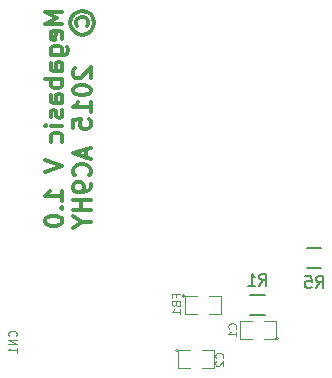
<source format=gbo>
%FSLAX46Y46*%
G04 Gerber Fmt 4.6, Leading zero omitted, Abs format (unit mm)*
G04 Created by KiCad (PCBNEW (2014-10-27 BZR 5228)-product) date 29/03/2015 08:33:29*
%MOMM*%
G01*
G04 APERTURE LIST*
%ADD10C,0.100000*%
%ADD11C,0.300000*%
%ADD12C,0.099060*%
%ADD13C,0.150000*%
G04 APERTURE END LIST*
D10*
D11*
X11028571Y-1864286D02*
X9528571Y-1864286D01*
X10600000Y-2364286D01*
X9528571Y-2864286D01*
X11028571Y-2864286D01*
X10957143Y-4150000D02*
X11028571Y-4007143D01*
X11028571Y-3721429D01*
X10957143Y-3578572D01*
X10814286Y-3507143D01*
X10242857Y-3507143D01*
X10100000Y-3578572D01*
X10028571Y-3721429D01*
X10028571Y-4007143D01*
X10100000Y-4150000D01*
X10242857Y-4221429D01*
X10385714Y-4221429D01*
X10528571Y-3507143D01*
X10028571Y-5507143D02*
X11242857Y-5507143D01*
X11385714Y-5435714D01*
X11457143Y-5364286D01*
X11528571Y-5221429D01*
X11528571Y-5007143D01*
X11457143Y-4864286D01*
X10957143Y-5507143D02*
X11028571Y-5364286D01*
X11028571Y-5078572D01*
X10957143Y-4935714D01*
X10885714Y-4864286D01*
X10742857Y-4792857D01*
X10314286Y-4792857D01*
X10171429Y-4864286D01*
X10100000Y-4935714D01*
X10028571Y-5078572D01*
X10028571Y-5364286D01*
X10100000Y-5507143D01*
X11028571Y-6864286D02*
X10242857Y-6864286D01*
X10100000Y-6792857D01*
X10028571Y-6650000D01*
X10028571Y-6364286D01*
X10100000Y-6221429D01*
X10957143Y-6864286D02*
X11028571Y-6721429D01*
X11028571Y-6364286D01*
X10957143Y-6221429D01*
X10814286Y-6150000D01*
X10671429Y-6150000D01*
X10528571Y-6221429D01*
X10457143Y-6364286D01*
X10457143Y-6721429D01*
X10385714Y-6864286D01*
X11028571Y-7578572D02*
X9528571Y-7578572D01*
X10100000Y-7578572D02*
X10028571Y-7721429D01*
X10028571Y-8007143D01*
X10100000Y-8150000D01*
X10171429Y-8221429D01*
X10314286Y-8292858D01*
X10742857Y-8292858D01*
X10885714Y-8221429D01*
X10957143Y-8150000D01*
X11028571Y-8007143D01*
X11028571Y-7721429D01*
X10957143Y-7578572D01*
X11028571Y-9578572D02*
X10242857Y-9578572D01*
X10100000Y-9507143D01*
X10028571Y-9364286D01*
X10028571Y-9078572D01*
X10100000Y-8935715D01*
X10957143Y-9578572D02*
X11028571Y-9435715D01*
X11028571Y-9078572D01*
X10957143Y-8935715D01*
X10814286Y-8864286D01*
X10671429Y-8864286D01*
X10528571Y-8935715D01*
X10457143Y-9078572D01*
X10457143Y-9435715D01*
X10385714Y-9578572D01*
X10957143Y-10221429D02*
X11028571Y-10364286D01*
X11028571Y-10650001D01*
X10957143Y-10792858D01*
X10814286Y-10864286D01*
X10742857Y-10864286D01*
X10600000Y-10792858D01*
X10528571Y-10650001D01*
X10528571Y-10435715D01*
X10457143Y-10292858D01*
X10314286Y-10221429D01*
X10242857Y-10221429D01*
X10100000Y-10292858D01*
X10028571Y-10435715D01*
X10028571Y-10650001D01*
X10100000Y-10792858D01*
X11028571Y-11507144D02*
X10028571Y-11507144D01*
X9528571Y-11507144D02*
X9600000Y-11435715D01*
X9671429Y-11507144D01*
X9600000Y-11578572D01*
X9528571Y-11507144D01*
X9671429Y-11507144D01*
X10957143Y-12864287D02*
X11028571Y-12721430D01*
X11028571Y-12435716D01*
X10957143Y-12292858D01*
X10885714Y-12221430D01*
X10742857Y-12150001D01*
X10314286Y-12150001D01*
X10171429Y-12221430D01*
X10100000Y-12292858D01*
X10028571Y-12435716D01*
X10028571Y-12721430D01*
X10100000Y-12864287D01*
X9528571Y-14435715D02*
X11028571Y-14935715D01*
X9528571Y-15435715D01*
X11028571Y-17864286D02*
X11028571Y-17007143D01*
X11028571Y-17435715D02*
X9528571Y-17435715D01*
X9742857Y-17292858D01*
X9885714Y-17150000D01*
X9957143Y-17007143D01*
X10885714Y-18507143D02*
X10957143Y-18578571D01*
X11028571Y-18507143D01*
X10957143Y-18435714D01*
X10885714Y-18507143D01*
X11028571Y-18507143D01*
X9528571Y-19507143D02*
X9528571Y-19650000D01*
X9600000Y-19792857D01*
X9671429Y-19864286D01*
X9814286Y-19935715D01*
X10100000Y-20007143D01*
X10457143Y-20007143D01*
X10742857Y-19935715D01*
X10885714Y-19864286D01*
X10957143Y-19792857D01*
X11028571Y-19650000D01*
X11028571Y-19507143D01*
X10957143Y-19364286D01*
X10885714Y-19292857D01*
X10742857Y-19221429D01*
X10457143Y-19150000D01*
X10100000Y-19150000D01*
X9814286Y-19221429D01*
X9671429Y-19292857D01*
X9600000Y-19364286D01*
X9528571Y-19507143D01*
X12285714Y-3078573D02*
X12214286Y-2935715D01*
X12214286Y-2650001D01*
X12285714Y-2507144D01*
X12428571Y-2364287D01*
X12571429Y-2292858D01*
X12857143Y-2292858D01*
X13000000Y-2364287D01*
X13142857Y-2507144D01*
X13214286Y-2650001D01*
X13214286Y-2935715D01*
X13142857Y-3078573D01*
X11714286Y-2792858D02*
X11785714Y-2435715D01*
X12000000Y-2078573D01*
X12357143Y-1864287D01*
X12714286Y-1792858D01*
X13071429Y-1864287D01*
X13428571Y-2078573D01*
X13642857Y-2435715D01*
X13714286Y-2792858D01*
X13642857Y-3150001D01*
X13428571Y-3507144D01*
X13071429Y-3721430D01*
X12714286Y-3792858D01*
X12357143Y-3721430D01*
X12000000Y-3507144D01*
X11785714Y-3150001D01*
X11714286Y-2792858D01*
X12071429Y-6650001D02*
X12000000Y-6721430D01*
X11928571Y-6864287D01*
X11928571Y-7221430D01*
X12000000Y-7364287D01*
X12071429Y-7435716D01*
X12214286Y-7507144D01*
X12357143Y-7507144D01*
X12571429Y-7435716D01*
X13428571Y-6578573D01*
X13428571Y-7507144D01*
X11928571Y-8435715D02*
X11928571Y-8578572D01*
X12000000Y-8721429D01*
X12071429Y-8792858D01*
X12214286Y-8864287D01*
X12500000Y-8935715D01*
X12857143Y-8935715D01*
X13142857Y-8864287D01*
X13285714Y-8792858D01*
X13357143Y-8721429D01*
X13428571Y-8578572D01*
X13428571Y-8435715D01*
X13357143Y-8292858D01*
X13285714Y-8221429D01*
X13142857Y-8150001D01*
X12857143Y-8078572D01*
X12500000Y-8078572D01*
X12214286Y-8150001D01*
X12071429Y-8221429D01*
X12000000Y-8292858D01*
X11928571Y-8435715D01*
X13428571Y-10364286D02*
X13428571Y-9507143D01*
X13428571Y-9935715D02*
X11928571Y-9935715D01*
X12142857Y-9792858D01*
X12285714Y-9650000D01*
X12357143Y-9507143D01*
X11928571Y-11721429D02*
X11928571Y-11007143D01*
X12642857Y-10935714D01*
X12571429Y-11007143D01*
X12500000Y-11150000D01*
X12500000Y-11507143D01*
X12571429Y-11650000D01*
X12642857Y-11721429D01*
X12785714Y-11792857D01*
X13142857Y-11792857D01*
X13285714Y-11721429D01*
X13357143Y-11650000D01*
X13428571Y-11507143D01*
X13428571Y-11150000D01*
X13357143Y-11007143D01*
X13285714Y-10935714D01*
X13000000Y-13507142D02*
X13000000Y-14221428D01*
X13428571Y-13364285D02*
X11928571Y-13864285D01*
X13428571Y-14364285D01*
X13285714Y-15721428D02*
X13357143Y-15649999D01*
X13428571Y-15435713D01*
X13428571Y-15292856D01*
X13357143Y-15078571D01*
X13214286Y-14935713D01*
X13071429Y-14864285D01*
X12785714Y-14792856D01*
X12571429Y-14792856D01*
X12285714Y-14864285D01*
X12142857Y-14935713D01*
X12000000Y-15078571D01*
X11928571Y-15292856D01*
X11928571Y-15435713D01*
X12000000Y-15649999D01*
X12071429Y-15721428D01*
X13428571Y-16435713D02*
X13428571Y-16721428D01*
X13357143Y-16864285D01*
X13285714Y-16935713D01*
X13071429Y-17078571D01*
X12785714Y-17149999D01*
X12214286Y-17149999D01*
X12071429Y-17078571D01*
X12000000Y-17007142D01*
X11928571Y-16864285D01*
X11928571Y-16578571D01*
X12000000Y-16435713D01*
X12071429Y-16364285D01*
X12214286Y-16292856D01*
X12571429Y-16292856D01*
X12714286Y-16364285D01*
X12785714Y-16435713D01*
X12857143Y-16578571D01*
X12857143Y-16864285D01*
X12785714Y-17007142D01*
X12714286Y-17078571D01*
X12571429Y-17149999D01*
X13428571Y-17792856D02*
X11928571Y-17792856D01*
X12642857Y-17792856D02*
X12642857Y-18649999D01*
X13428571Y-18649999D02*
X11928571Y-18649999D01*
X12714286Y-19649999D02*
X13428571Y-19649999D01*
X11928571Y-19149999D02*
X12714286Y-19649999D01*
X11928571Y-20149999D01*
D12*
X29328000Y-29562000D02*
G75*
G03X29328000Y-29562000I-127000J0D01*
G01*
X28058000Y-29562000D02*
X29074000Y-29562000D01*
X29074000Y-29562000D02*
X29074000Y-28038000D01*
X29074000Y-28038000D02*
X28058000Y-28038000D01*
X27042000Y-28038000D02*
X26026000Y-28038000D01*
X26026000Y-28038000D02*
X26026000Y-29562000D01*
X26026000Y-29562000D02*
X27042000Y-29562000D01*
X20826000Y-30538000D02*
G75*
G03X20826000Y-30538000I-127000J0D01*
G01*
X21842000Y-30538000D02*
X20826000Y-30538000D01*
X20826000Y-30538000D02*
X20826000Y-32062000D01*
X20826000Y-32062000D02*
X21842000Y-32062000D01*
X22858000Y-32062000D02*
X23874000Y-32062000D01*
X23874000Y-32062000D02*
X23874000Y-30538000D01*
X23874000Y-30538000D02*
X22858000Y-30538000D01*
X21426000Y-25938000D02*
G75*
G03X21426000Y-25938000I-127000J0D01*
G01*
X22442000Y-25938000D02*
X21426000Y-25938000D01*
X21426000Y-25938000D02*
X21426000Y-27462000D01*
X21426000Y-27462000D02*
X22442000Y-27462000D01*
X23458000Y-27462000D02*
X24474000Y-27462000D01*
X24474000Y-27462000D02*
X24474000Y-25938000D01*
X24474000Y-25938000D02*
X23458000Y-25938000D01*
D13*
X26950000Y-27575000D02*
X28150000Y-27575000D01*
X28150000Y-25825000D02*
X26950000Y-25825000D01*
X32950000Y-21825000D02*
X31750000Y-21825000D01*
X31750000Y-23575000D02*
X32950000Y-23575000D01*
D10*
X25700000Y-28683334D02*
X25733333Y-28650000D01*
X25766667Y-28550000D01*
X25766667Y-28483334D01*
X25733333Y-28383334D01*
X25666667Y-28316667D01*
X25600000Y-28283334D01*
X25466667Y-28250000D01*
X25366667Y-28250000D01*
X25233333Y-28283334D01*
X25166667Y-28316667D01*
X25100000Y-28383334D01*
X25066667Y-28483334D01*
X25066667Y-28550000D01*
X25100000Y-28650000D01*
X25133333Y-28683334D01*
X25766667Y-29350000D02*
X25766667Y-28950000D01*
X25766667Y-29150000D02*
X25066667Y-29150000D01*
X25166667Y-29083334D01*
X25233333Y-29016667D01*
X25266667Y-28950000D01*
X24600000Y-31183334D02*
X24633333Y-31150000D01*
X24666667Y-31050000D01*
X24666667Y-30983334D01*
X24633333Y-30883334D01*
X24566667Y-30816667D01*
X24500000Y-30783334D01*
X24366667Y-30750000D01*
X24266667Y-30750000D01*
X24133333Y-30783334D01*
X24066667Y-30816667D01*
X24000000Y-30883334D01*
X23966667Y-30983334D01*
X23966667Y-31050000D01*
X24000000Y-31150000D01*
X24033333Y-31183334D01*
X24033333Y-31450000D02*
X24000000Y-31483334D01*
X23966667Y-31550000D01*
X23966667Y-31716667D01*
X24000000Y-31783334D01*
X24033333Y-31816667D01*
X24100000Y-31850000D01*
X24166667Y-31850000D01*
X24266667Y-31816667D01*
X24666667Y-31416667D01*
X24666667Y-31850000D01*
X20650000Y-26016667D02*
X20650000Y-25783334D01*
X21016667Y-25783334D02*
X20316667Y-25783334D01*
X20316667Y-26116667D01*
X20650000Y-26616667D02*
X20683333Y-26716667D01*
X20716667Y-26750000D01*
X20783333Y-26783334D01*
X20883333Y-26783334D01*
X20950000Y-26750000D01*
X20983333Y-26716667D01*
X21016667Y-26650000D01*
X21016667Y-26383334D01*
X20316667Y-26383334D01*
X20316667Y-26616667D01*
X20350000Y-26683334D01*
X20383333Y-26716667D01*
X20450000Y-26750000D01*
X20516667Y-26750000D01*
X20583333Y-26716667D01*
X20616667Y-26683334D01*
X20650000Y-26616667D01*
X20650000Y-26383334D01*
X21016667Y-27450000D02*
X21016667Y-27050000D01*
X21016667Y-27250000D02*
X20316667Y-27250000D01*
X20416667Y-27183334D01*
X20483333Y-27116667D01*
X20516667Y-27050000D01*
X7100000Y-29316667D02*
X7133333Y-29283333D01*
X7166667Y-29183333D01*
X7166667Y-29116667D01*
X7133333Y-29016667D01*
X7066667Y-28950000D01*
X7000000Y-28916667D01*
X6866667Y-28883333D01*
X6766667Y-28883333D01*
X6633333Y-28916667D01*
X6566667Y-28950000D01*
X6500000Y-29016667D01*
X6466667Y-29116667D01*
X6466667Y-29183333D01*
X6500000Y-29283333D01*
X6533333Y-29316667D01*
X7166667Y-29616667D02*
X6466667Y-29616667D01*
X7166667Y-30016667D01*
X6466667Y-30016667D01*
X7166667Y-30716666D02*
X7166667Y-30316666D01*
X7166667Y-30516666D02*
X6466667Y-30516666D01*
X6566667Y-30450000D01*
X6633333Y-30383333D01*
X6666667Y-30316666D01*
D13*
X27716666Y-25052381D02*
X28050000Y-24576190D01*
X28288095Y-25052381D02*
X28288095Y-24052381D01*
X27907142Y-24052381D01*
X27811904Y-24100000D01*
X27764285Y-24147619D01*
X27716666Y-24242857D01*
X27716666Y-24385714D01*
X27764285Y-24480952D01*
X27811904Y-24528571D01*
X27907142Y-24576190D01*
X28288095Y-24576190D01*
X26764285Y-25052381D02*
X27335714Y-25052381D01*
X27050000Y-25052381D02*
X27050000Y-24052381D01*
X27145238Y-24195238D01*
X27240476Y-24290476D01*
X27335714Y-24338095D01*
X32516666Y-25252381D02*
X32850000Y-24776190D01*
X33088095Y-25252381D02*
X33088095Y-24252381D01*
X32707142Y-24252381D01*
X32611904Y-24300000D01*
X32564285Y-24347619D01*
X32516666Y-24442857D01*
X32516666Y-24585714D01*
X32564285Y-24680952D01*
X32611904Y-24728571D01*
X32707142Y-24776190D01*
X33088095Y-24776190D01*
X31611904Y-24252381D02*
X32088095Y-24252381D01*
X32135714Y-24728571D01*
X32088095Y-24680952D01*
X31992857Y-24633333D01*
X31754761Y-24633333D01*
X31659523Y-24680952D01*
X31611904Y-24728571D01*
X31564285Y-24823810D01*
X31564285Y-25061905D01*
X31611904Y-25157143D01*
X31659523Y-25204762D01*
X31754761Y-25252381D01*
X31992857Y-25252381D01*
X32088095Y-25204762D01*
X32135714Y-25157143D01*
M02*

</source>
